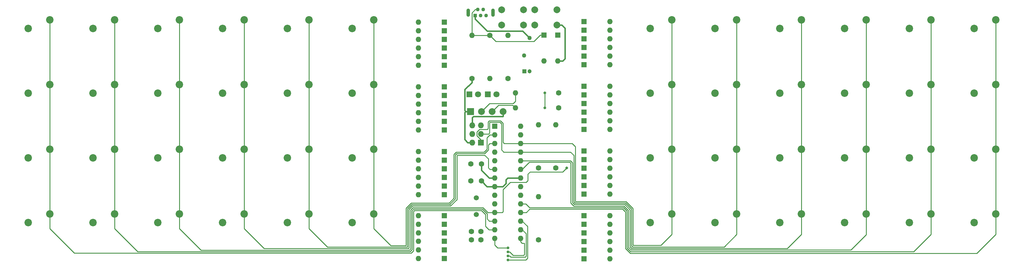
<source format=gbl>
G04 #@! TF.GenerationSoftware,KiCad,Pcbnew,(5.1.2)-1*
G04 #@! TF.CreationDate,2019-05-03T22:44:58-04:00*
G04 #@! TF.ProjectId,Ergonomic_Ortholinear_Keyboard,4572676f-6e6f-46d6-9963-5f4f7274686f,rev?*
G04 #@! TF.SameCoordinates,Original*
G04 #@! TF.FileFunction,Copper,L2,Bot*
G04 #@! TF.FilePolarity,Positive*
%FSLAX46Y46*%
G04 Gerber Fmt 4.6, Leading zero omitted, Abs format (unit mm)*
G04 Created by KiCad (PCBNEW (5.1.2)-1) date 2019-05-03 22:44:58*
%MOMM*%
%LPD*%
G04 APERTURE LIST*
%ADD10R,1.600000X1.600000*%
%ADD11O,1.600000X1.600000*%
%ADD12O,1.727200X1.727200*%
%ADD13R,1.727200X1.727200*%
%ADD14C,1.998980*%
%ADD15R,1.998980X1.998980*%
%ADD16C,1.600000*%
%ADD17C,1.200000*%
%ADD18R,1.200000X1.200000*%
%ADD19C,1.270000*%
%ADD20O,1.100000X2.400000*%
%ADD21C,1.100000*%
%ADD22R,1.100000X1.100000*%
%ADD23C,1.800000*%
%ADD24R,1.800000X1.800000*%
%ADD25C,2.200000*%
%ADD26C,2.000000*%
%ADD27C,1.500000*%
%ADD28C,0.800000*%
%ADD29C,0.450000*%
%ADD30C,0.250000*%
G04 APERTURE END LIST*
D10*
X152940000Y-45581000D03*
D11*
X145320000Y-45581000D03*
X145320000Y-59551000D03*
D10*
X152940000Y-59551000D03*
D11*
X145320000Y-54471000D03*
D10*
X152940000Y-54471000D03*
D11*
X145320000Y-51931000D03*
D10*
X152940000Y-51931000D03*
D11*
X145320000Y-76061000D03*
D10*
X152940000Y-76061000D03*
D11*
X145320000Y-70981000D03*
D10*
X152940000Y-70981000D03*
D11*
X145320000Y-94897000D03*
D10*
X152940000Y-94897000D03*
D11*
X145320000Y-89817000D03*
D10*
X152940000Y-89817000D03*
X194006000Y-75880000D03*
D11*
X201626000Y-75880000D03*
D10*
X194006000Y-70800000D03*
D11*
X201626000Y-70800000D03*
D10*
X194006000Y-59370000D03*
D11*
X201626000Y-59370000D03*
X201626000Y-32700000D03*
D10*
X194006000Y-32700000D03*
D11*
X175410444Y-63459000D03*
X167790444Y-96479000D03*
X175410444Y-65999000D03*
X167790444Y-93939000D03*
X175410444Y-68539000D03*
X167790444Y-91399000D03*
X175410444Y-71079000D03*
X167790444Y-88859000D03*
X175410444Y-73619000D03*
X167790444Y-86319000D03*
X175410444Y-76159000D03*
X167790444Y-83779000D03*
X175410444Y-78699000D03*
X167790444Y-81239000D03*
X175410444Y-81239000D03*
X167790444Y-78699000D03*
X175410444Y-83779000D03*
X167790444Y-76159000D03*
X175410444Y-86319000D03*
X167790444Y-73619000D03*
X175410444Y-88859000D03*
X167790444Y-71079000D03*
X175410444Y-91399000D03*
X167790444Y-68539000D03*
X175410444Y-93939000D03*
X167790444Y-65999000D03*
X175410444Y-96479000D03*
D10*
X167790444Y-63459000D03*
D11*
X201626000Y-102550000D03*
D10*
X194006000Y-102550000D03*
X194006000Y-51750000D03*
D11*
X201626000Y-51750000D03*
X145320000Y-64631000D03*
D10*
X152940000Y-64631000D03*
D11*
X145320000Y-57011000D03*
D10*
X152940000Y-57011000D03*
D11*
X145320000Y-81141000D03*
D10*
X152940000Y-81141000D03*
D11*
X145320000Y-73521000D03*
D10*
X152940000Y-73521000D03*
D11*
X145320000Y-43041000D03*
D10*
X152940000Y-43041000D03*
D11*
X145320000Y-40501000D03*
D10*
X152940000Y-40501000D03*
D11*
X145320000Y-37961000D03*
D10*
X152940000Y-37961000D03*
D11*
X145320000Y-35421000D03*
D10*
X152940000Y-35421000D03*
D11*
X145320000Y-32881000D03*
D10*
X152940000Y-32881000D03*
D11*
X201626000Y-35240000D03*
D10*
X194006000Y-35240000D03*
X194006000Y-37780000D03*
D11*
X201626000Y-37780000D03*
D10*
X194006000Y-40320000D03*
D11*
X201626000Y-40320000D03*
D10*
X194006000Y-42860000D03*
D11*
X201626000Y-42860000D03*
X201626000Y-45400000D03*
D10*
X194006000Y-45400000D03*
D11*
X145320000Y-62091000D03*
D10*
X152940000Y-62091000D03*
X194006000Y-54290000D03*
D11*
X201626000Y-54290000D03*
D10*
X194006000Y-56830000D03*
D11*
X201626000Y-56830000D03*
D10*
X194006000Y-61910000D03*
D11*
X201626000Y-61910000D03*
D10*
X194006000Y-64450000D03*
D11*
X201626000Y-64450000D03*
X145320000Y-83681000D03*
D10*
X152940000Y-83681000D03*
D11*
X145320000Y-78601000D03*
D10*
X152940000Y-78601000D03*
X194006000Y-73340000D03*
D11*
X201626000Y-73340000D03*
D10*
X194006000Y-78420000D03*
D11*
X201626000Y-78420000D03*
D10*
X194006000Y-80960000D03*
D11*
X201626000Y-80960000D03*
D10*
X194006000Y-83500000D03*
D11*
X201626000Y-83500000D03*
X145320000Y-102477000D03*
D10*
X152940000Y-102477000D03*
D11*
X145320000Y-99937000D03*
D10*
X152940000Y-99937000D03*
D11*
X145320000Y-97397000D03*
D10*
X152940000Y-97397000D03*
D11*
X145320000Y-92357000D03*
D10*
X152940000Y-92357000D03*
X194006000Y-89850000D03*
D11*
X201626000Y-89850000D03*
D10*
X194006000Y-92390000D03*
D11*
X201626000Y-92390000D03*
D10*
X194006000Y-94930000D03*
D11*
X201626000Y-94930000D03*
X201626000Y-97470000D03*
D10*
X194006000Y-97470000D03*
X194006000Y-100010000D03*
D11*
X201626000Y-100010000D03*
X186312000Y-44275000D03*
D10*
X186312000Y-36655000D03*
D11*
X182217000Y-44275000D03*
D10*
X182217000Y-36655000D03*
D12*
X161130000Y-63200000D03*
X163670000Y-63200000D03*
X161130000Y-65740000D03*
X163670000Y-65740000D03*
X161130000Y-68280000D03*
D13*
X163670000Y-68280000D03*
D14*
X170212000Y-59130000D03*
X167037000Y-59130000D03*
X163862000Y-59130000D03*
D15*
X160687000Y-59130000D03*
D16*
X163712000Y-94435000D03*
X163712000Y-96935000D03*
X160890000Y-94435000D03*
X160890000Y-96935000D03*
D17*
X177999401Y-47280000D03*
D18*
X176499401Y-47280000D03*
D16*
X163847000Y-79585000D03*
X163847000Y-74585000D03*
X160737000Y-79585000D03*
X160737000Y-74585000D03*
D19*
X176422000Y-42630000D03*
X178022000Y-37530000D03*
D20*
X167237000Y-30005000D03*
X159937000Y-30005000D03*
D21*
X165187000Y-30880000D03*
X164387000Y-29130000D03*
X163587000Y-30880000D03*
X162787000Y-29130000D03*
D22*
X161987000Y-30880000D03*
D23*
X162877000Y-54055000D03*
D24*
X160337000Y-54055000D03*
D23*
X168237000Y-54055000D03*
D24*
X165697000Y-54055000D03*
D11*
X161037000Y-36750000D03*
D16*
X161037000Y-49450000D03*
D11*
X171627000Y-36750000D03*
D16*
X171627000Y-49450000D03*
D11*
X166332000Y-49450000D03*
D16*
X166332000Y-36750000D03*
D11*
X180660000Y-63040000D03*
D16*
X180660000Y-75740000D03*
D11*
X185712000Y-63040000D03*
D16*
X185712000Y-75740000D03*
D11*
X180660000Y-84259000D03*
D16*
X180660000Y-96959000D03*
D11*
X173812000Y-58075834D03*
D16*
X186512000Y-58075834D03*
D11*
X173812000Y-53655000D03*
D16*
X186512000Y-53655000D03*
D25*
X36919000Y-32180000D03*
X30569000Y-34720000D03*
X55969000Y-32180000D03*
X49619000Y-34720000D03*
X75019000Y-32180000D03*
X68669000Y-34720000D03*
X94069000Y-32180000D03*
X87719000Y-34720000D03*
X113119000Y-32180000D03*
X106769000Y-34720000D03*
X132169000Y-32180000D03*
X125819000Y-34720000D03*
X213514000Y-34720000D03*
X219864000Y-32180000D03*
X232564000Y-34720000D03*
X238914000Y-32180000D03*
X251614000Y-34720000D03*
X257964000Y-32180000D03*
X270664000Y-34720000D03*
X277014000Y-32180000D03*
X289714000Y-34720000D03*
X296064000Y-32180000D03*
X308764000Y-34720000D03*
X315114000Y-32180000D03*
X36919000Y-51230000D03*
X30569000Y-53770000D03*
X55969000Y-51230000D03*
X49619000Y-53770000D03*
X75019000Y-51230000D03*
X68669000Y-53770000D03*
X94069000Y-51230000D03*
X87719000Y-53770000D03*
X113119000Y-51230000D03*
X106769000Y-53770000D03*
X132169000Y-51230000D03*
X125819000Y-53770000D03*
X213514000Y-53770000D03*
X219864000Y-51230000D03*
X232564000Y-53770000D03*
X238914000Y-51230000D03*
X251614000Y-53770000D03*
X257964000Y-51230000D03*
X270664000Y-53770000D03*
X277014000Y-51230000D03*
X289714000Y-53770000D03*
X296064000Y-51230000D03*
X308764000Y-53770000D03*
X315114000Y-51230000D03*
X36919000Y-70280000D03*
X30569000Y-72820000D03*
X55969000Y-70280000D03*
X49619000Y-72820000D03*
X75019000Y-70280000D03*
X68669000Y-72820000D03*
X94069000Y-70280000D03*
X87719000Y-72820000D03*
X113119000Y-70280000D03*
X106769000Y-72820000D03*
X132169000Y-70280000D03*
X125819000Y-72820000D03*
X213514000Y-72820000D03*
X219864000Y-70280000D03*
X232564000Y-72820000D03*
X238914000Y-70280000D03*
X251614000Y-72820000D03*
X257964000Y-70280000D03*
X270664000Y-72820000D03*
X277014000Y-70280000D03*
X289714000Y-72820000D03*
X296064000Y-70280000D03*
X308764000Y-72820000D03*
X315114000Y-70280000D03*
X36919000Y-89330000D03*
X30569000Y-91870000D03*
X55969000Y-89330000D03*
X49619000Y-91870000D03*
X75019000Y-89330000D03*
X68669000Y-91870000D03*
X94069000Y-89330000D03*
X87719000Y-91870000D03*
X113119000Y-89330000D03*
X106769000Y-91870000D03*
X132169000Y-89330000D03*
X125819000Y-91870000D03*
X213514000Y-91870000D03*
X219864000Y-89330000D03*
X232564000Y-91870000D03*
X238914000Y-89330000D03*
X251614000Y-91870000D03*
X257964000Y-89330000D03*
X270664000Y-91870000D03*
X277014000Y-89330000D03*
X289714000Y-91870000D03*
X296064000Y-89330000D03*
X308764000Y-91870000D03*
X315114000Y-89330000D03*
D26*
X186062000Y-29180000D03*
X186062000Y-33680000D03*
X179562000Y-29180000D03*
X179562000Y-33680000D03*
X176262000Y-29180000D03*
X176262000Y-33680000D03*
X169762000Y-29180000D03*
X169762000Y-33680000D03*
D27*
X162297000Y-84600000D03*
X162297000Y-89480000D03*
D28*
X171610000Y-99320000D03*
X171610000Y-100490000D03*
X171610000Y-101660000D03*
X171610000Y-102830000D03*
X182515000Y-53705000D03*
X182515000Y-58080000D03*
X188890000Y-75730000D03*
D29*
X170212000Y-60543492D02*
X170212000Y-59130000D01*
X161130000Y-63200000D02*
X161130000Y-61978686D01*
X161130000Y-61978686D02*
X161140000Y-61968686D01*
X161140000Y-61968686D02*
X161140000Y-60955000D01*
X161140000Y-60955000D02*
X161490509Y-60604491D01*
X161490509Y-60604491D02*
X170151001Y-60604491D01*
X170151001Y-60604491D02*
X170212000Y-60543492D01*
X171040000Y-80355000D02*
X171040000Y-79230000D01*
X171571000Y-78699000D02*
X175410444Y-78699000D01*
X171040000Y-79230000D02*
X171571000Y-78699000D01*
X170156000Y-81239000D02*
X171040000Y-80355000D01*
X167790444Y-81239000D02*
X170156000Y-81239000D01*
X187476213Y-33680000D02*
X188390000Y-34593787D01*
X186062000Y-33680000D02*
X187476213Y-33680000D01*
X188390000Y-34593787D02*
X188390000Y-43605000D01*
X187720000Y-44275000D02*
X186312000Y-44275000D01*
X188390000Y-43605000D02*
X187720000Y-44275000D01*
X165501000Y-81239000D02*
X167790444Y-81239000D01*
X163847000Y-79585000D02*
X165501000Y-81239000D01*
X159237510Y-59130000D02*
X160687000Y-59130000D01*
X158961999Y-58854489D02*
X159237510Y-59130000D01*
X158961999Y-52656371D02*
X158961999Y-58854489D01*
X161037000Y-50581370D02*
X158961999Y-52656371D01*
X161037000Y-49450000D02*
X161037000Y-50581370D01*
X159840000Y-68280000D02*
X161130000Y-68280000D01*
X158965000Y-67405000D02*
X159840000Y-68280000D01*
X159237510Y-59130000D02*
X158965000Y-59402510D01*
X158965000Y-59402510D02*
X158965000Y-67405000D01*
X168190444Y-78699000D02*
X168196444Y-78705000D01*
X167790444Y-78699000D02*
X168190444Y-78699000D01*
X163847000Y-74585000D02*
X163847000Y-76437000D01*
X166109000Y-78699000D02*
X167790444Y-78699000D01*
X163847000Y-76437000D02*
X166109000Y-78699000D01*
D30*
X167790444Y-97529000D02*
X167790000Y-97529444D01*
X167790444Y-96479000D02*
X167790444Y-97529000D01*
X167790000Y-97529444D02*
X167790000Y-98470000D01*
X168640000Y-99320000D02*
X171610000Y-99320000D01*
X167790000Y-98470000D02*
X168640000Y-99320000D01*
X172175685Y-100490000D02*
X173155685Y-101470000D01*
X171610000Y-100490000D02*
X172175685Y-100490000D01*
X176250000Y-101470000D02*
X176499980Y-101220020D01*
X173155685Y-101470000D02*
X176250000Y-101470000D01*
X176499980Y-101220020D02*
X176499980Y-97920000D01*
X175410444Y-97529000D02*
X175410444Y-96479000D01*
X175801444Y-97920000D02*
X175410444Y-97529000D01*
X176499980Y-97920000D02*
X175801444Y-97920000D01*
X176949990Y-95078546D02*
X176949990Y-101770010D01*
X175410444Y-93939000D02*
X175810444Y-93939000D01*
X175810444Y-93939000D02*
X176949990Y-95078546D01*
X176949990Y-101770010D02*
X176740000Y-101980000D01*
X176740000Y-101980000D02*
X172490000Y-101980000D01*
X172490000Y-101980000D02*
X172150000Y-101640000D01*
X171630000Y-101640000D02*
X171610000Y-101660000D01*
X172150000Y-101640000D02*
X171630000Y-101640000D01*
X172175685Y-102830000D02*
X172185685Y-102840000D01*
X171610000Y-102830000D02*
X172175685Y-102830000D01*
X172185685Y-102840000D02*
X176870000Y-102840000D01*
X176870000Y-102840000D02*
X177400000Y-102310000D01*
X175810444Y-91399000D02*
X175410444Y-91399000D01*
X177400000Y-92988556D02*
X175810444Y-91399000D01*
X177400000Y-102310000D02*
X177400000Y-92988556D01*
X161130000Y-65740000D02*
X161130000Y-65040000D01*
X161037000Y-35618630D02*
X161037000Y-36750000D01*
X161037000Y-30102183D02*
X161037000Y-35618630D01*
X162009183Y-29130000D02*
X161037000Y-30102183D01*
X162787000Y-29130000D02*
X162009183Y-29130000D01*
X162168370Y-36750000D02*
X166332000Y-36750000D01*
X161037000Y-36750000D02*
X162168370Y-36750000D01*
X181167000Y-36655000D02*
X182217000Y-36655000D01*
X179281999Y-38540001D02*
X181167000Y-36655000D01*
X168122001Y-38540001D02*
X179281999Y-38540001D01*
X166332000Y-36750000D02*
X168122001Y-38540001D01*
D29*
X177387001Y-36895001D02*
X178022000Y-37530000D01*
X175966999Y-35474999D02*
X177387001Y-36895001D01*
X165581999Y-35474999D02*
X175966999Y-35474999D01*
X161987000Y-31880000D02*
X165581999Y-35474999D01*
X161987000Y-30880000D02*
X161987000Y-31880000D01*
D30*
X219864000Y-33735634D02*
X219864000Y-51230000D01*
X219864000Y-32180000D02*
X219864000Y-33735634D01*
X219864000Y-51230000D02*
X219864000Y-70280000D01*
X219864000Y-70280000D02*
X219864000Y-89330000D01*
X190499000Y-68539000D02*
X175410444Y-68539000D01*
X191490000Y-69530000D02*
X190499000Y-68539000D01*
X191490000Y-71893590D02*
X191490000Y-69530000D01*
X191490019Y-71893609D02*
X191490000Y-71893590D01*
X191490020Y-85557200D02*
X191490019Y-71893609D01*
X206365629Y-85649989D02*
X191582809Y-85649989D01*
X219864000Y-95311002D02*
X216595032Y-98579970D01*
X191582809Y-85649989D02*
X191490020Y-85557200D01*
X216595032Y-98579970D02*
X208476380Y-98579970D01*
X208476380Y-98579970D02*
X208430009Y-98533599D01*
X219864000Y-89330000D02*
X219864000Y-95311002D01*
X208430009Y-98533599D02*
X208430008Y-87714368D01*
X208430008Y-87714368D02*
X206365629Y-85649989D01*
X170549000Y-68539000D02*
X175410444Y-68539000D01*
X166144043Y-61883989D02*
X169436846Y-61883990D01*
X170215010Y-68205010D02*
X170549000Y-68539000D01*
X165814991Y-62213041D02*
X166144043Y-61883989D01*
X165814990Y-64155010D02*
X165814991Y-62213041D01*
X163670000Y-68280000D02*
X163670000Y-67499130D01*
X162481399Y-66310529D02*
X162481399Y-65169471D01*
X170215010Y-62662154D02*
X170215010Y-68205010D01*
X162481399Y-65169471D02*
X163262269Y-64388601D01*
X169436846Y-61883990D02*
X170215010Y-62662154D01*
X163670000Y-67499130D02*
X162481399Y-66310529D01*
X163262269Y-64388601D02*
X165581399Y-64388601D01*
X165581399Y-64388601D02*
X165814990Y-64155010D01*
X238914000Y-89330000D02*
X238914000Y-70280000D01*
X238914000Y-68724366D02*
X238914000Y-51230000D01*
X238914000Y-70280000D02*
X238914000Y-68724366D01*
X238914000Y-51230000D02*
X238914000Y-32180000D01*
X191040010Y-85743600D02*
X191040010Y-72080010D01*
X206179229Y-86099999D02*
X191396409Y-86099999D01*
X191396409Y-86099999D02*
X191040010Y-85743600D01*
X238914000Y-95311002D02*
X235195022Y-99029980D01*
X190039000Y-71079000D02*
X175410444Y-71079000D01*
X238914000Y-89330000D02*
X238914000Y-95311002D01*
X235195022Y-99029980D02*
X208289980Y-99029980D01*
X208289980Y-99029980D02*
X207979999Y-98719999D01*
X191040010Y-72080010D02*
X190039000Y-71079000D01*
X207979999Y-98719999D02*
X207979999Y-87900769D01*
X207979999Y-87900769D02*
X206179229Y-86099999D01*
X169765000Y-70430000D02*
X170414000Y-71079000D01*
X170414000Y-71079000D02*
X175410444Y-71079000D01*
X169250445Y-62333999D02*
X169765000Y-62848554D01*
X169765000Y-62848554D02*
X169765000Y-70430000D01*
X165943590Y-65740000D02*
X166265000Y-65418590D01*
X163670000Y-65740000D02*
X165943590Y-65740000D01*
X166330443Y-62333999D02*
X169250445Y-62333999D01*
X166265000Y-62399442D02*
X166330443Y-62333999D01*
X166265000Y-65418590D02*
X166265000Y-62399442D01*
X168190444Y-63459000D02*
X168194444Y-63455000D01*
X167790444Y-63459000D02*
X168190444Y-63459000D01*
X182515000Y-53705000D02*
X182515000Y-54270685D01*
X182515000Y-54270685D02*
X182515000Y-58080000D01*
X163862000Y-59130000D02*
X166212000Y-56780000D01*
X166212000Y-56780000D02*
X173165000Y-56780000D01*
X173812000Y-56133000D02*
X173812000Y-53655000D01*
X173165000Y-56780000D02*
X173812000Y-56133000D01*
X175010444Y-65999000D02*
X175410444Y-65999000D01*
X173012001Y-57275835D02*
X173812000Y-58075834D01*
X168891165Y-57275835D02*
X173012001Y-57275835D01*
X167037000Y-59130000D02*
X168891165Y-57275835D01*
X257958000Y-32190000D02*
X257958000Y-33745634D01*
X257958000Y-70270000D02*
X257958000Y-71825634D01*
X257964000Y-33735634D02*
X257964000Y-51230000D01*
X257964000Y-32180000D02*
X257964000Y-33735634D01*
X257964000Y-52785634D02*
X257964000Y-70280000D01*
X257964000Y-51230000D02*
X257964000Y-52785634D01*
X257964000Y-71835634D02*
X257964000Y-89330000D01*
X257964000Y-70280000D02*
X257964000Y-71835634D01*
X190590000Y-74205000D02*
X190004000Y-73619000D01*
X190590000Y-85930000D02*
X190590000Y-74205000D01*
X257968000Y-95307002D02*
X253795012Y-99479990D01*
X257968000Y-89330000D02*
X257968000Y-95307002D01*
X205992829Y-86550009D02*
X191210009Y-86550009D01*
X253795012Y-99479990D02*
X208073590Y-99479990D01*
X191210009Y-86550009D02*
X190590000Y-85930000D01*
X208073590Y-99479990D02*
X207529989Y-98936389D01*
X190004000Y-73619000D02*
X175410444Y-73619000D01*
X207529989Y-98936389D02*
X207529990Y-88087170D01*
X207529990Y-88087170D02*
X205992829Y-86550009D01*
X277014000Y-33735634D02*
X277014000Y-51230000D01*
X277014000Y-32180000D02*
X277014000Y-33735634D01*
X277014000Y-51230000D02*
X277014000Y-70280000D01*
X277014000Y-71835634D02*
X277014000Y-89330000D01*
X277014000Y-70280000D02*
X277014000Y-71835634D01*
X175810444Y-76159000D02*
X175410444Y-76159000D01*
X189779010Y-74069010D02*
X177900434Y-74069010D01*
X189790000Y-74080000D02*
X189779010Y-74069010D01*
X190139990Y-74404990D02*
X189815000Y-74080000D01*
X177900434Y-74069010D02*
X175810444Y-76159000D01*
X191023609Y-87000019D02*
X190139990Y-86116400D01*
X277014000Y-89330000D02*
X277014000Y-95436000D01*
X189815000Y-74080000D02*
X189790000Y-74080000D01*
X277014000Y-95436000D02*
X272520000Y-99930000D01*
X272520000Y-99930000D02*
X207887190Y-99930000D01*
X205806429Y-87000019D02*
X191023609Y-87000019D01*
X207887190Y-99930000D02*
X207079980Y-99122790D01*
X190139990Y-86116400D02*
X190139990Y-74404990D01*
X207079980Y-99122790D02*
X207079979Y-88273569D01*
X207079979Y-88273569D02*
X205806429Y-87000019D01*
X296064000Y-33735634D02*
X296064000Y-51230000D01*
X296064000Y-32180000D02*
X296064000Y-33735634D01*
X296064000Y-68724366D02*
X296064000Y-51230000D01*
X296064000Y-70280000D02*
X296064000Y-68724366D01*
X296064000Y-71835634D02*
X296064000Y-89330000D01*
X296064000Y-70280000D02*
X296064000Y-71835634D01*
X296064000Y-95311002D02*
X290955002Y-100420000D01*
X296064000Y-89330000D02*
X296064000Y-95311002D01*
X290955002Y-100420000D02*
X208300000Y-100420000D01*
X208300000Y-100420000D02*
X208339990Y-100380010D01*
X176863946Y-86319000D02*
X175410444Y-86319000D01*
X207740780Y-100420000D02*
X206629970Y-99309190D01*
X208300000Y-100420000D02*
X207740780Y-100420000D01*
X206629970Y-99309190D02*
X206629970Y-88459970D01*
X206629970Y-88459970D02*
X205620028Y-87450028D01*
X205620028Y-87450028D02*
X177994973Y-87450027D01*
X177994973Y-87450027D02*
X176863946Y-86319000D01*
X315114000Y-33735634D02*
X315114000Y-51230000D01*
X315114000Y-32180000D02*
X315114000Y-33735634D01*
X315114000Y-52785634D02*
X315114000Y-70280000D01*
X315114000Y-51230000D02*
X315114000Y-52785634D01*
X315114000Y-71835634D02*
X315114000Y-89330000D01*
X315114000Y-70280000D02*
X315114000Y-71835634D01*
X177061000Y-88859000D02*
X175410444Y-88859000D01*
X178019964Y-87900036D02*
X177061000Y-88859000D01*
X315114000Y-95311002D02*
X309515002Y-100910000D01*
X315114000Y-89330000D02*
X315114000Y-95311002D01*
X309515002Y-100910000D02*
X207594370Y-100910000D01*
X205350037Y-87900037D02*
X178019964Y-87900036D01*
X207594370Y-100910000D02*
X206179960Y-99495590D01*
X206179960Y-99495590D02*
X206179960Y-88729960D01*
X206179960Y-88729960D02*
X205350037Y-87900037D01*
X36919000Y-33735634D02*
X36919000Y-51230000D01*
X36919000Y-32180000D02*
X36919000Y-33735634D01*
X36919000Y-52785634D02*
X36919000Y-70280000D01*
X36919000Y-51230000D02*
X36919000Y-52785634D01*
X36919000Y-70280000D02*
X36919000Y-89330000D01*
X36919000Y-93609002D02*
X44159998Y-100850000D01*
X36919000Y-89330000D02*
X36919000Y-93609002D01*
X44159998Y-100850000D02*
X137420000Y-100850000D01*
X137420000Y-100850000D02*
X143220000Y-100850000D01*
X143220000Y-100850000D02*
X143900000Y-100170000D01*
X143900000Y-100170000D02*
X143900000Y-89571998D01*
X143900000Y-89571998D02*
X143900000Y-88540000D01*
X143900000Y-88540000D02*
X143970000Y-88470000D01*
X168190444Y-93939000D02*
X167790444Y-93939000D01*
X143900000Y-88540000D02*
X143900000Y-88520000D01*
X144110000Y-88310000D02*
X163897180Y-88310000D01*
X166099000Y-93939000D02*
X167790444Y-93939000D01*
X163897180Y-88310000D02*
X165089990Y-89502810D01*
X143900000Y-88520000D02*
X144110000Y-88310000D01*
X165089990Y-89502810D02*
X165089990Y-92929990D01*
X165089990Y-92929990D02*
X166099000Y-93939000D01*
X55969000Y-89330000D02*
X55969000Y-70280000D01*
X55969000Y-70280000D02*
X55969000Y-51230000D01*
X55969000Y-51230000D02*
X55969000Y-32180000D01*
X55969000Y-93609002D02*
X62759988Y-100399990D01*
X55969000Y-89330000D02*
X55969000Y-93609002D01*
X62759988Y-100399990D02*
X137410000Y-100399990D01*
X137410000Y-100399990D02*
X137400000Y-100399990D01*
X168190444Y-91399000D02*
X167790444Y-91399000D01*
X166159000Y-91399000D02*
X167790444Y-91399000D01*
X165540000Y-90780000D02*
X166159000Y-91399000D01*
X142870010Y-100399990D02*
X143449990Y-99820010D01*
X165540000Y-89316410D02*
X165540000Y-90780000D01*
X137410000Y-100399990D02*
X142870010Y-100399990D01*
X143449990Y-99820010D02*
X143449991Y-88333599D01*
X143449991Y-88333599D02*
X143923600Y-87859990D01*
X143923600Y-87859990D02*
X164083580Y-87859990D01*
X164083580Y-87859990D02*
X165540000Y-89316410D01*
X75019000Y-33735634D02*
X75019000Y-51230000D01*
X75019000Y-32180000D02*
X75019000Y-33735634D01*
X75019000Y-51230000D02*
X75019000Y-70280000D01*
X75019000Y-71835634D02*
X75019000Y-89330000D01*
X75019000Y-70280000D02*
X75019000Y-71835634D01*
X168190444Y-88859000D02*
X167790444Y-88859000D01*
X165719000Y-88859000D02*
X167790444Y-88859000D01*
X164269981Y-87409981D02*
X165719000Y-88859000D01*
X143737201Y-87409981D02*
X164269981Y-87409981D01*
X75019000Y-93609002D02*
X81359978Y-99949980D01*
X75019000Y-89330000D02*
X75019000Y-93609002D01*
X81359978Y-99949980D02*
X142650020Y-99949980D01*
X142650020Y-99949980D02*
X142999981Y-99600019D01*
X142999981Y-99600019D02*
X142999982Y-88147198D01*
X142999982Y-88147198D02*
X143737201Y-87409981D01*
X187704999Y-76915001D02*
X178129999Y-76915001D01*
X188890000Y-75730000D02*
X187704999Y-76915001D01*
X178129999Y-76915001D02*
X177490000Y-77555000D01*
X177490000Y-77555000D02*
X177490000Y-79480000D01*
X177490000Y-79480000D02*
X176990000Y-79980000D01*
X176990000Y-79980000D02*
X172365000Y-79980000D01*
X172365000Y-79980000D02*
X170240000Y-82105000D01*
X170240000Y-82105000D02*
X170240000Y-88605000D01*
X169986000Y-88859000D02*
X167790444Y-88859000D01*
X170240000Y-88605000D02*
X169986000Y-88859000D01*
X94069000Y-89330000D02*
X94069000Y-70280000D01*
X94069000Y-68724366D02*
X94069000Y-51230000D01*
X94069000Y-70280000D02*
X94069000Y-68724366D01*
X94069000Y-49674366D02*
X94069000Y-32180000D01*
X94069000Y-51230000D02*
X94069000Y-49674366D01*
X165890000Y-75708556D02*
X166340444Y-76159000D01*
X164815018Y-72005018D02*
X165890000Y-73080000D01*
X156764982Y-72005018D02*
X164815018Y-72005018D01*
X156640020Y-85052800D02*
X156640020Y-72129980D01*
X154732849Y-86959971D02*
X156640020Y-85052800D01*
X143550801Y-86959971D02*
X154732849Y-86959971D01*
X166340444Y-76159000D02*
X167790444Y-76159000D01*
X94069000Y-89330000D02*
X94069000Y-93609002D01*
X165890000Y-73080000D02*
X165890000Y-75708556D01*
X94069000Y-93609002D02*
X99959968Y-99499970D01*
X99959968Y-99499970D02*
X142463620Y-99499970D01*
X142463620Y-99499970D02*
X142549972Y-99413618D01*
X156640020Y-72129980D02*
X156764982Y-72005018D01*
X142549972Y-99413618D02*
X142549974Y-87960797D01*
X142549974Y-87960797D02*
X143550801Y-86959971D01*
X113119000Y-33735634D02*
X113119000Y-51230000D01*
X113119000Y-32180000D02*
X113119000Y-33735634D01*
X113119000Y-52785634D02*
X113119000Y-70280000D01*
X113119000Y-51230000D02*
X113119000Y-52785634D01*
X113119000Y-71835634D02*
X113119000Y-89330000D01*
X113119000Y-70280000D02*
X113119000Y-71835634D01*
X166340444Y-68539000D02*
X167790444Y-68539000D01*
X165890010Y-68989434D02*
X166340444Y-68539000D01*
X164801401Y-71555009D02*
X165890010Y-70466400D01*
X156576400Y-71555010D02*
X164801401Y-71555009D01*
X156190010Y-71941400D02*
X156576400Y-71555010D01*
X154546450Y-86509960D02*
X156190010Y-84866400D01*
X113119000Y-89330000D02*
X113119000Y-93609000D01*
X156190010Y-84866400D02*
X156190010Y-71941400D01*
X113119000Y-93609000D02*
X118559960Y-99049960D01*
X118559960Y-99049960D02*
X142099963Y-99049960D01*
X142099963Y-99049960D02*
X142099966Y-87774396D01*
X165890010Y-70466400D02*
X165890010Y-68989434D01*
X142099966Y-87774396D02*
X143364401Y-86509961D01*
X143364401Y-86509961D02*
X154546450Y-86509960D01*
X132169000Y-32180000D02*
X132169000Y-51230000D01*
X132169000Y-52785634D02*
X132169000Y-70280000D01*
X132169000Y-51230000D02*
X132169000Y-52785634D01*
X132169000Y-70280000D02*
X132169000Y-89330000D01*
X164615000Y-71105000D02*
X165440000Y-70280000D01*
X155740000Y-71755000D02*
X156390000Y-71105000D01*
X155740000Y-84680000D02*
X155740000Y-71755000D01*
X154360049Y-86059951D02*
X155740000Y-84680000D01*
X143178001Y-86059951D02*
X154360049Y-86059951D01*
X141649957Y-87587995D02*
X143178001Y-86059951D01*
X166321000Y-65999000D02*
X167790444Y-65999000D01*
X132169000Y-93608950D02*
X137130000Y-98569950D01*
X132169000Y-89330000D02*
X132169000Y-93608950D01*
X165440000Y-66880000D02*
X166321000Y-65999000D01*
X165440000Y-70280000D02*
X165440000Y-66880000D01*
X137199950Y-98569950D02*
X137229950Y-98599950D01*
X137229950Y-98599950D02*
X141649954Y-98599950D01*
X156390000Y-71105000D02*
X164615000Y-71105000D01*
X137130000Y-98569950D02*
X137199950Y-98569950D01*
X141649954Y-98599950D02*
X141649957Y-87587995D01*
M02*

</source>
